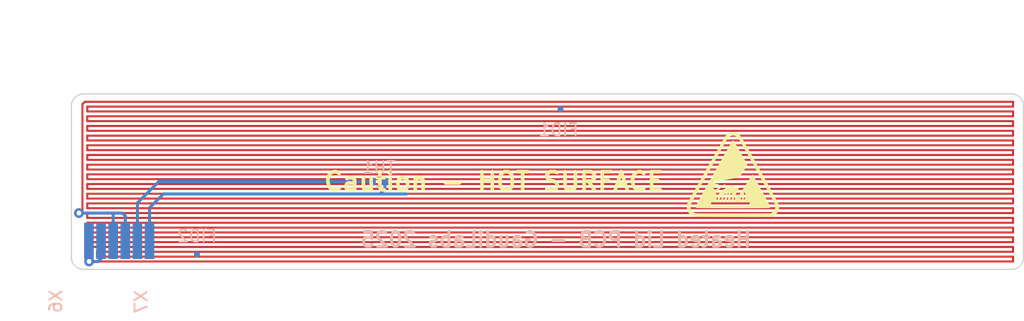
<source format=kicad_pcb>
(kicad_pcb (version 20211014) (generator pcbnew)
  (layers (0 "F.Cu" signal) (31 "B.Cu" signal) (34 "B.Paste" user) (35 "F.Paste" user) (36 "B.SilkS" user "B.Silkscreen") (37 "F.SilkS" user "F.Silkscreen") (38 "B.Mask" user) (39 "F.Mask" user) (44 "Edge.Cuts" user))
  (net 0 "")
  (net 1 "Net-(TH1-Pad1)")
  (net 2 "Net-(TH1-Pad2)")
  (net 3 "Net-(X3-Pad1)")
  (footprint "GaudiLabsLogos:HotSurfaceWarning" (layer "F.Cu") (at 106.48 99.43)
    (fp_text reference "X5" hide)
    (fp_text value "HOT SURFACE" hide)
    (fp_poly (pts (xy 0.030901 -2.813763) (xy 0.06048 -2.795802) (xy 0.084208 -2.764496) (xy 0.132546 -2.688634) (xy 0.201507 -2.575186) (xy 0.287106 -2.431125) (xy 0.385356 -2.263424) (xy 0.492271 -2.079055) (xy 0.603864 -1.88499) (xy 0.716151 -1.688202) (xy 0.825143 -1.495664) (xy 0.926856 -1.314347) (xy 1.017303 -1.151223) (xy 1.092497 -1.013267) (xy 1.148453 -0.907449) (xy 1.181184 -0.840742) (xy 1.18754 -0.824431) (xy 1.174805 -0.790871) (xy 1.134505 -0.717858) (xy 1.07254 -0.614448) (xy 0.994812 -0.489696) (xy 0.90722 -0.352657) (xy 0.815664 -0.212388) (xy 0.726046 -0.077944) (xy 0.644266 0.041619) (xy 0.576225 0.137246) (xy 0.527822 0.199881) (xy 0.506803 0.220319) (xy 0.46661 0.229468) (xy 0.37573 0.246572) (xy 0.241677 0.270332) (xy 0.071966 0.299449) (xy -0.12589 0.332623) (xy -0.344375 0.368554) (xy -0.440982 0.384236) (xy -0.668704 0.421086) (xy -0.881495 0.455575) (xy -1.071324 0.486398) (xy -1.230159 0.512248) (xy -1.349969 0.53182) (xy -1.422724 0.543807) (xy -1.436485 0.546123) (xy -1.510262 0.57369) (xy -1.535638 0.616451) (xy -1.518129 0.665802) (xy -1.463248 0.713137) (xy -1.376509 0.749852) (xy -1.296223 0.765006) (xy -1.142207 0.780858) (xy -1.396162 0.927322) (xy -1.503401 0.99113) (xy -1.588245 1.045344) (xy -1.639731 1.08274) (xy -1.650116 1.094615) (xy -1.627887 1.127976) (xy -1.575492 1.173623) (xy -1.514371 1.215376) (xy -1.465962 1.23706) (xy -1.460642 1.237587) (xy -1.42479 1.2229) (xy -1.348415 1.182397) (xy -1.241024 1.121412) (xy -1.112119 1.045281) (xy -1.036697 0.999619) (xy -0.885981 0.910177) (xy -0.764597 0.843004) (xy -0.675789 0.79888) (xy -0.622798 0.778583) (xy -0.608867 0.782895) (xy -0.637237 0.812593) (xy -0.711152 0.868457) (xy -0.832848 0.950613) (xy -0.978112 1.051769) (xy -1.090383 1.148186) (xy -1.190469 1.259176) (xy -1.253442 1.340952) (xy -1.341413 1.467937) (xy -1.388467 1.557828) (xy -1.395481 1.615079) (xy -1.363334 1.64414) (xy -1.314438 1.650116) (xy -1.2288 1.624647) (xy -1.13161 1.554522) (xy -1.034739 1.44916) (xy -0.999221 1.399975) (xy -0.94321 1.336886) (xy -0.851904 1.265204) (xy -0.718313 1.179919) (xy -0.586044 1.103949) (xy -0.454382 1.0329) (xy -0.337335 0.973902) (xy -0.246365 0.932439) (xy -0.192933 0.913997) (xy -0.188248 0.913546) (xy -0.134209 0.919022) (xy -0.042408 0.933469) (xy 0.072808 0.954066) (xy 0.197092 0.97799) (xy 0.316096 1.002418) (xy 0.415474 1.024529) (xy 0.480877 1.041499) (xy 0.498634 1.048672) (xy 0.492471 1.079597) (xy 0.463612 1.150917) (xy 0.417072 1.251013) (xy 0.374927 1.335354) (xy 0.316296 1.455454) (xy 0.269856 1.561754) (xy 0.241566 1.639961) (xy 0.235731 1.669266) (xy 0.253343 1.739652) (xy 0.296038 1.804437) (xy 0.348607 1.845673) (xy 0.388342 1.849352) (xy 0.41369 1.821379) (xy 0.466576 1.749141) (xy 0.543208 1.638289) (xy 0.639793 1.494471) (xy 0.752538 1.323338) (xy 0.877649 1.130539) (xy 1.011333 0.921723) (xy 1.014993 0.915968) (xy 1.147957 0.707314) (xy 1.271271 0.514716) (xy 1.381313 0.343761) (xy 1.474463 0.200034) (xy 1.5471 0.089123) (xy 1.595603 0.016612) (xy 1.616351 -0.011912) (xy 1.616551 -0.012058) (xy 1.634038 0.010665) (xy 1.6771 0.080227) (xy 1.74297 0.191795) (xy 1.828883 0.340537) (xy 1.932072 0.52162) (xy 2.049771 0.730213) (xy 2.179212 0.961483) (xy 2.317631 1.210598) (xy 2.349942 1.268998) (xy 2.520958 1.579098) (xy 2.664745 1.841941) (xy 2.783115 2.061553) (xy 2.877881 2.241958) (xy 2.950855 2.387179) (xy 3.00385 2.501241) (xy 3.038679 2.588168) (xy 3.057153 2.651985) (xy 3.061086 2.696714) (xy 3.052291 2.726382) (xy 3.032578 2.745011) (xy 3.017892 2.751952) (xy 2.982409 2.754459) (xy 2.892835 2.756736) (xy 2.753985 2.758787) (xy 2.570673 2.760611) (xy 2.347713 2.762209) (xy 2.089921 2.763584) (xy 1.802112 2.764737) (xy 1.489098 2.765668) (xy 1.155697 2.76638) (xy 0.806721 2.766872) (xy 0.446986 2.767148) (xy 0.081306 2.767208) (xy -0.285504 2.767052) (xy -0.64863 2.766684) (xy -1.003256 2.766103) (xy -1.344569 2.765312) (xy -1.667753 2.764311) (xy -1.967994 2.763102) (xy -2.240477 2.761686) (xy -2.480388 2.760064) (xy -2.682912 2.758238) (xy -2.843235 2.756209) (xy -2.956541 2.753978) (xy -3.018016 2.751547) (xy -3.027668 2.750322) (xy -3.058877 2.708761) (xy -3.059425 2.630712) (xy -3.030342 2.529373) (xy -3.006323 2.476653) (xy -2.968126 2.404276) (xy -2.905272 2.28828) (xy -2.894658 2.268909) (xy -1.797448 2.268909) (xy -1.797448 2.593551) (xy -0.213631 2.585929) (xy 1.370186 2.578306) (xy 1.379092 2.423608) (xy 1.387999 2.268909) (xy -1.797448 2.268909) (xy -2.894658 2.268909) (xy -2.820121 2.132876) (xy -2.805301 2.105995) (xy -1.382251 2.105995) (xy -1.373484 2.14135) (xy -1.341012 2.150848) (xy -1.329752 2.151044) (xy -1.281987 2.13643) (xy -1.267183 2.082727) (xy -1.267053 2.073489) (xy -1.261505 2.046099) (xy -1.091004 2.046099) (xy -1.081229 2.114363) (xy -1.045042 2.149312) (xy -1.031322 2.151044) (xy -0.986884 2.135787) (xy -0.973343 2.083608) (xy -0.825058 2.083608) (xy -0.808506 2.138091) (xy -0.766125 2.151044) (xy -0.719711 2.133541) (xy -0.718018 2.126064) (xy -0.52488 2.126064) (xy -0.49775 2.14854) (xy -0.471462 2.151044) (xy -0.425024 2.133514) (xy -0.421583 2.118326) (xy -0.230667 2.118326) (xy -0.224494 2.144017) (xy -0.200982 2.150791) (xy -0.183231 2.151044) (xy -0.140231 2.127959) (xy -0.128218 2.10414) (xy 0.064348 2.10414) (xy 0.071954 2.140567) (xy 0.102394 2.150758) (xy 0.115275 2.151044) (xy 0.153781 2.143006) (xy 0.161546 2.128282) (xy 0.624248 2.128282) (xy 0.646922 2.149229) (xy 0.672486 2.151044) (xy 0.713654 2.139117) (xy 0.738256 2.093787) (xy 0.750909 2.030358) (xy 0.883991 2.030358) (xy 0.888643 2.108516) (xy 0.907677 2.143575) (xy 0.943485 2.151044) (xy 0.985539 2.140221) (xy 0.98899 2.096955) (xy 0.985193 2.080178) (xy 0.990894 1.99113) (xy 1.034645 1.892484) (xy 1.075449 1.811996) (xy 1.086266 1.749255) (xy 1.071371 1.674059) (xy 1.067458 1.660754) (xy 1.02335 1.542971) (xy 0.977175 1.472037) (xy 0.932605 1.452535) (xy 0.910525 1.464974) (xy 0.892337 1.500399) (xy 0.901908 1.556055) (xy 0.928563 1.621475) (xy 0.960639 1.699521) (xy 0.966981 1.75052) (xy 0.948206 1.800139) (xy 0.933479 1.825897) (xy 0.900682 1.911916) (xy 0.884387 2.014435) (xy 0.883991 2.030358) (xy 0.750909 2.030358) (xy 0.751816 2.025812) (xy 0.762343 1.911724) (xy 0.761116 1.804765) (xy 0.749462 1.720672) (xy 0.728711 1.675178) (xy 0.721926 1.6716) (xy 0.702689 1.694273) (xy 0.683776 1.75987) (xy 0.672903 1.826914) (xy 0.657871 1.934905) (xy 0.641127 2.031346) (xy 0.632635 2.070011) (xy 0.624248 2.128282) (xy 0.161546 2.128282) (xy 0.171878 2.108693) (xy 0.176759 2.032808) (xy 0.176798 2.020184) (xy 0.171128 1.93724) (xy 0.156846 1.881966) (xy 0.149368 1.872372) (xy 0.122797 1.866886) (xy 0.102777 1.895742) (xy 0.084571 1.968643) (xy 0.074475 2.025812) (xy 0.064348 2.10414) (xy -0.128218 2.10414) (xy -0.103146 2.054434) (xy -0.0916 2.018515) (xy -0.069808 1.901437) (xy -0.069133 1.789319) (xy -0.071089 1.775417) (xy -0.085815 1.674458) (xy -0.096085 1.580719) (xy -0.096421 1.57645) (xy -0.115093 1.507825) (xy -0.147332 1.488051) (xy -0.178293 1.51374) (xy -0.197906 1.576985) (xy -0.203516 1.657055) (xy -0.192471 1.733219) (xy -0.182065 1.759367) (xy -0.171359 1.83438) (xy -0.192421 1.954322) (xy -0.193793 1.959513) (xy -0.220201 2.061048) (xy -0.230667 2.118326) (xy -0.421583 2.118326) (xy -0.412529 2.078378) (xy -0.399751 2.002013) (xy -0.368651 1.913882) (xy -0.365279 1.906626) (xy -0.33709 1.825082) (xy -0.332899 1.734239) (xy -0.343179 1.649536) (xy -0.361927 1.56338) (xy -0.38369 1.508143) (xy -0.397796 1.496553) (xy -0.415666 1.526104) (xy -0.433083 1.598194) (xy -0.445054 1.686344) (xy -0.460349 1.804444) (xy -0.481132 1.915203) (xy -0.49662 1.974051) (xy -0.524001 2.071438) (xy -0.52488 2.126064) (xy -0.718018 2.126064) (xy -0.707192 2.078274) (xy -0.692806 2.005147) (xy -0.657296 1.917528) (xy -0.64826 1.90058) (xy -0.596442 1.764537) (xy -0.599445 1.641245) (xy -0.620272 1.588421) (xy -0.656264 1.547161) (xy -0.68596 1.559556) (xy -0.704075 1.620335) (xy -0.707192 1.675091) (xy -0.721329 1.774029) (xy -0.7563 1.879771) (xy -0.766125 1.90058) (xy -0.803217 1.988464) (xy -0.823665 2.066317) (xy -0.825058 2.083608) (xy -0.973343 2.083608) (xy -0.972568 2.080624) (xy -0.97239 2.069201) (xy -0.957991 1.985208) (xy -0.932661 1.929236) (xy -0.891771 1.845073) (xy -0.872528 1.755394) (xy -0.877838 1.681688) (xy -0.895319 1.652942) (xy -0.940973 1.636123) (xy -0.967506 1.6727) (xy -0.972584 1.721326) (xy -0.98863 1.787322) (xy -1.027395 1.865047) (xy -1.031322 1.871113) (xy -1.074369 1.959891) (xy -1.091004 2.046099) (xy -1.261505 2.046099) (xy -1.251512 1.99677) (xy -1.213372 1.909636) (xy -1.206049 1.897229) (xy -1.16798 1.814531) (xy -1.168885 1.758686) (xy -1.207853 1.738515) (xy -1.249155 1.764041) (xy -1.29634 1.829113) (xy -1.339599 1.916472) (xy -1.36912 2.008859) (xy -1.372921 2.028914) (xy -1.382251 2.105995) (xy -2.805301 2.105995) (xy -2.715031 1.942272) (xy -2.592362 1.720677) (xy -2.454472 1.4723) (xy -2.30372 1.201349) (xy -2.142466 0.912034) (xy -1.973068 0.608563) (xy -1.797885 0.295145) (xy -1.619277 -0.02401) (xy -1.439602 -0.344694) (xy -1.26122 -0.662699) (xy -1.086489 -0.973815) (xy -0.917768 -1.273832) (xy -0.757417 -1.558544) (xy -0.607794 -1.82374) (xy -0.471258 -2.065211) (xy -0.350169 -2.27875) (xy -0.246885 -2.460146) (xy -0.163766 -2.605192) (xy -0.10317 -2.709677) (xy -0.067456 -2.769394) (xy -0.05896 -2.781977) (xy -0.011973 -2.819571) (xy 0.030901 -2.813763)) (layer "F.SilkS") (width 0.01) (fill solid))
    (fp_poly (pts (xy 0.152135 -3.516003) (xy 0.242683 -3.495293) (xy 0.29057 -3.481438) (xy 0.334264 -3.467395) (xy 0.375585 -3.450329) (xy 0.416349 -3.427405) (xy 0.458374 -3.395788) (xy 0.503477 -3.352642) (xy 0.553476 -3.295133) (xy 0.610189 -3.220425) (xy 0.675432 -3.125683) (xy 0.751024 -3.008072) (xy 0.838781 -2.864757) (xy 0.940522 -2.692902) (xy 1.058064 -2.489673) (xy 1.193224 -2.252235) (xy 1.347819 -1.977751) (xy 1.523669 -1.663388) (xy 1.722589 -1.306309) (xy 1.946397 -0.90368) (xy 2.196912 -0.452666) (xy 2.221079 -0.409156) (xy 2.506864 0.106171) (xy 2.764549 0.572547) (xy 2.994007 0.989735) (xy 3.19511 1.357499) (xy 3.367731 1.675601) (xy 3.511742 1.943805) (xy 3.627014 2.161873) (xy 3.713421 2.32957) (xy 3.770834 2.446657) (xy 3.799126 2.512898) (xy 3.801671 2.521652) (xy 3.816793 2.711234) (xy 3.782909 2.899873) (xy 3.706701 3.077695) (xy 3.594856 3.234822) (xy 3.454056 3.361379) (xy 3.290988 3.447489) (xy 3.1529 3.480195) (xy 3.109919 3.481623) (xy 3.011979 3.482732) (xy 2.863049 3.483523) (xy 2.667103 3.484002) (xy 2.428112 3.484173) (xy 2.150047 3.484038) (xy 1.836881 3.483601) (xy 1.492585 3.482868) (xy 1.121131 3.481841) (xy 0.72649 3.480524) (xy 0.312634 3.478921) (xy -0.116465 3.477036) (xy -0.117865 3.47703) (xy -0.625433 3.474776) (xy -1.077459 3.472855) (xy -1.477333 3.471046) (xy -1.828443 3.469127) (xy -2.134179 3.466877) (xy -2.397929 3.464074) (xy -2.623082 3.460496) (xy -2.813027 3.455921) (xy -2.971152 3.450128) (xy -3.100848 3.442895) (xy -3.205502 3.434001) (xy -3.288504 3.423223) (xy -3.353241 3.41034) (xy -3.403104 3.395129) (xy -3.441481 3.377371) (xy -3.471761 3.356842) (xy -3.497333 3.333321) (xy -3.521585 3.306587) (xy -3.547907 3.276417) (xy -3.571342 3.251094) (xy -3.687874 3.095242) (xy -3.767827 2.914479) (xy -3.807935 2.723513) (xy -3.807347 2.686986) (xy -3.501952 2.686986) (xy -3.470193 2.853031) (xy -3.388684 2.996379) (xy -3.259215 3.111328) (xy -3.138167 3.172966) (xy -3.107693 3.178891) (xy -3.046543 3.184114) (xy -2.952252 3.18866) (xy -2.822356 3.19255) (xy -2.654389 3.195809) (xy -2.445885 3.198458) (xy -2.19438 3.20052) (xy -1.897409 3.202018) (xy -1.552506 3.202976) (xy -1.157206 3.203415) (xy -0.709044 3.203359) (xy -0.205554 3.20283) (xy 0.04636 3.202433) (xy 3.142488 3.1971) (xy 3.267873 3.114118) (xy 3.389871 2.999892) (xy 3.470131 2.852731) (xy 3.504981 2.684693) (xy 3.490749 2.507833) (xy 3.472364 2.442738) (xy 3.453221 2.402468) (xy 3.40773 2.314939) (xy 3.338223 2.184377) (xy 3.247031 2.015007) (xy 3.136486 1.811053) (xy 3.00892 1.576741) (xy 2.866666 1.316295) (xy 2.712054 1.033939) (xy 2.547418 0.7339) (xy 2.375088 0.420401) (xy 2.197397 0.097668) (xy 2.016678 -0.230075) (xy 1.83526 -0.558603) (xy 1.655478 -0.88369) (xy 1.479662 -1.201113) (xy 1.310145 -1.506646) (xy 1.149258 -1.796064) (xy 0.999333 -2.065142) (xy 0.862703 -2.309657) (xy 0.741699 -2.525382) (xy 0.638653 -2.708093) (xy 0.555897 -2.853565) (xy 0.495764 -2.957573) (xy 0.460584 -3.015892) (xy 0.454487 -3.024875) (xy 0.326029 -3.151908) (xy 0.177164 -3.228493) (xy 0.017948 -3.254628) (xy -0.141562 -3.230315) (xy -0.291311 -3.155553) (xy -0.421242 -3.030342) (xy -0.425437 -3.024875) (xy -0.447583 -2.988988) (xy -0.49599 -2.905822) (xy -0.568291 -2.779609) (xy -0.662119 -2.614582) (xy -0.775106 -2.414974) (xy -0.904885 -2.185016) (xy -1.049089 -1.928942) (xy -1.20535 -1.650984) (xy -1.371301 -1.355375) (xy -1.544575 -1.046347) (xy -1.722804 -0.728133) (xy -1.903621 -0.404965) (xy -2.08466 -0.081077) (xy -2.263551 0.2393) (xy -2.437929 0.551933) (xy -2.605426 0.852589) (xy -2.763674 1.137036) (xy -2.910306 1.40104) (xy -3.042956 1.640371) (xy -3.159254 1.850794) (xy -3.256836 2.028078) (xy -3.333332 2.167989) (xy -3.386376 2.266296) (xy -3.409062 2.309621) (xy -3.482172 2.503948) (xy -3.501952 2.686986) (xy -3.807347 2.686986) (xy -3.804929 2.537053) (xy -3.763331 2.386775) (xy -3.737862 2.335943) (xy -3.686021 2.238933) (xy -3.610132 2.099859) (xy -3.51252 1.922834) (xy -3.39551 1.711971) (xy -3.261426 1.471385) (xy -3.112594 1.205187) (xy -2.951338 0.917493) (xy -2.779982 0.612415) (xy -2.600853 0.294066) (xy -2.416273 -0.033439) (xy -2.228568 -0.365987) (xy -2.040064 -0.699465) (xy -1.853083 -1.029759) (xy -1.669953 -1.352756) (xy -1.492996 -1.664343) (xy -1.324538 -1.960405) (xy -1.166904 -2.23683) (xy -1.022418 -2.489503) (xy -0.893405 -2.714312) (xy -0.78219 -2.907143) (xy -0.691097 -3.063883) (xy -0.622452 -3.180418) (xy -0.57858 -3.252634) (xy -0.56356 -3.274969) (xy -0.420914 -3.400953) (xy -0.24579 -3.485386) (xy -0.050627 -3.524869) (xy 0.152135 -3.516003)) (layer "F.SilkS") (width 0.01) (fill solid))
  )
  (footprint "GaudiLabsFootPrints:PAD_SMD_FFC" (layer "B.Cu") (at 55.5 109.5 -90)
    (fp_text reference "X7" (at 0.443 -2.141 90) (layer "B.SilkS") (effects (justify mirror)))
    (fp_text value "PAD")
    (pad "1" smd rect (at -4.59919 -0.836 270) (size 3 0.8) (layers "B.Cu" "B.Paste" "B.Mask") (net 3 "Net-(X3-Pad1)"))
  )
  (footprint "Fiducial:Fiducial_0.5mm_Mask1mm" (layer "B.Cu") (at 62.25 106 180)
    (fp_text reference "FID2" (at 0 1.5) (layer "B.SilkS") (effects (justify mirror)))
    (fp_text value "Fiducial")
    (pad "" smd circle (at 0 0 180) (size 0.5 0.5) (layers "B.Cu" "B.Mask") (clearance 0.25))
  )
  (footprint "Fiducial:Fiducial_0.5mm_Mask1mm" (layer "B.Cu") (at 92.25 94 180)
    (fp_text reference "FID1" (at 0.16 -1.72) (layer "B.SilkS") (effects (justify mirror)))
    (fp_text value "Fiducial")
    (pad "" smd circle (at 0 0 180) (size 0.5 0.5) (layers "B.Cu" "B.Mask") (clearance 0.25))
  )
  (footprint "Resistor_SMD:R_0402_1005Metric" (layer "B.Cu") (at 77.25 100 180)
    (fp_text reference "TH1" (at 0 1.17) (layer "B.SilkS") (effects (justify mirror)))
    (fp_text value "Thermistor_NTC")
    (fp_line (start -0.153641 0.38) (end 0.153641 0.38) (layer "B.SilkS") (width 0.12))
    (fp_line (start -0.153641 -0.38) (end 0.153641 -0.38) (layer "B.SilkS") (width 0.12))
    (pad "1" smd roundrect (at -0.51 0 180) (size 0.54 0.64) (layers "B.Cu" "B.Paste" "B.Mask") (net 1 "Net-(TH1-Pad1)"))
    (pad "2" smd roundrect (at 0.51 0 180) (size 0.54 0.64) (layers "B.Cu" "B.Paste" "B.Mask") (net 2 "Net-(TH1-Pad2)"))
  )
  (footprint "GaudiLabsFootPrints:PAD_SMD_FFC" (layer "B.Cu") (at 49.15 107.3 -90)
    (fp_text reference "X3" hide)
    (fp_text value "PAD")
    (pad "1" smd rect (at -2.39919 -4.186 270) (size 3 0.8) (layers "B.Cu" "B.Paste" "B.Mask") (net 3 "Net-(X3-Pad1)"))
  )
  (footprint "GaudiLabsFootPrints:PAD_SMD_FFC" (layer "B.Cu") (at 54.1 109.4 90)
    (fp_text reference "X4" hide)
    (fp_text value "PAD")
    (pad "1" smd rect (at 4.49919 1.236 90) (size 3 0.8) (layers "B.Cu" "B.Paste" "B.Mask") (net 3 "Net-(X3-Pad1)"))
  )
  (footprint "GaudiLabsFootPrints:PAD_SMD_FFC" (layer "B.Cu") (at 58.25 105 90)
    (fp_text reference "X2" hide)
    (fp_text value "PAD")
    (pad "1" smd rect (at 0.09919 -0.914 90) (size 3 0.8) (layers "B.Cu" "B.Paste" "B.Mask") (net 2 "Net-(TH1-Pad2)"))
  )
  (footprint "GaudiLabsFootPrints:PAD_SMD_FFC" (layer "B.Cu") (at 50.1 107.4 -90)
    (fp_text reference "X6" (at 2.5 -0.5 90) (layer "B.SilkS") (effects (justify mirror)))
    (fp_text value "PAD")
    (pad "1" smd rect (at -2.49919 -4.236 270) (size 3 0.8) (layers "B.Cu" "B.Paste" "B.Mask") (net 3 "Net-(X3-Pad1)"))
  )
  (footprint "GaudiLabsFootPrints:PAD_SMD_FFC" (layer "B.Cu") (at 59.5 105 90)
    (fp_text reference "X1" hide)
    (fp_text value "PAD")
    (pad "1" smd rect (at 0.09919 -1.164 90) (size 3 0.8) (layers "B.Cu" "B.Paste" "B.Mask") (net 1 "Net-(TH1-Pad1)"))
  )
  (gr_line (start 130.420736 106.593418) (end 130.420736 106.551083) (layer "Edge.Cuts") (width 0.099999))
  (gr_line (start 130.166738 106.974423) (end 130.187902 106.953251) (layer "Edge.Cuts") (width 0.099999))
  (gr_line (start 52.358068 92.898587) (end 52.358068 92.898587) (layer "Edge.Cuts") (width 0.099999))
  (gr_line (start 52.633237 107.228421) (end 52.675573 107.228421) (layer "Edge.Cuts") (width 0.099999))
  (gr_line (start 52.675573 107.228421) (end 52.717901 107.228421) (layer "Edge.Cuts") (width 0.099999))
  (gr_line (start 129.722234 107.228421) (end 129.722234 107.228421) (layer "Edge.Cuts") (width 0.099999))
  (gr_line (start 129.891576 107.164921) (end 129.891576 107.164921) (layer "Edge.Cuts") (width 0.099999))
  (gr_line (start 130.357244 93.300755) (end 130.336065 93.258419) (layer "Edge.Cuts") (width 0.099999))
  (gr_line (start 130.293737 106.805088) (end 130.314901 106.783917) (layer "Edge.Cuts") (width 0.099999))
  (gr_line (start 130.272573 93.152584) (end 130.272573 93.152584) (layer "Edge.Cuts") (width 0.099999))
  (gr_line (start 130.12441 106.995587) (end 130.166738 106.974423) (layer "Edge.Cuts") (width 0.099999))
  (gr_line (start 51.977071 93.343083) (end 51.977071 93.343083) (layer "Edge.Cuts") (width 0.099999))
  (gr_line (start 51.934736 106.593418) (end 51.955899 106.61459) (layer "Edge.Cuts") (width 0.099999))
  (gr_line (start 51.8924 93.660588) (end 51.8924 93.702915) (layer "Edge.Cuts") (width 0.099999))
  (gr_line (start 130.420736 106.551083) (end 130.4419 106.508755) (layer "Edge.Cuts") (width 0.099999))
  (gr_line (start 129.595235 107.249584) (end 129.637578 107.228421) (layer "Edge.Cuts") (width 0.099999))
  (gr_line (start 130.463079 106.339421) (end 130.463079 106.297085) (layer "Edge.Cuts") (width 0.099999))
  (gr_line (start 52.760236 107.249584) (end 52.802572 107.249584) (layer "Edge.Cuts") (width 0.099999))
  (gr_line (start 52.442739 92.856251) (end 52.400403 92.877415) (layer "Edge.Cuts") (width 0.099999))
  (gr_line (start 52.802572 92.750416) (end 52.802572 92.750416) (layer "Edge.Cuts") (width 0.099999))
  (gr_line (start 52.675573 92.771588) (end 52.675573 92.771588) (layer "Edge.Cuts") (width 0.099999))
  (gr_line (start 52.082906 106.847416) (end 52.082906 106.847416) (layer "Edge.Cuts") (width 0.099999))
  (gr_line (start 130.230245 106.910923) (end 130.230245 106.910923) (layer "Edge.Cuts") (width 0.099999))
  (gr_line (start 129.891576 92.835087) (end 129.891576 92.835087) (layer "Edge.Cuts") (width 0.099999))
  (gr_line (start 52.019407 93.258419) (end 52.019407 93.258419) (layer "Edge.Cuts") (width 0.099999))
  (gr_line (start 52.167569 106.932087) (end 52.167569 106.932087) (layer "Edge.Cuts") (width 0.099999))
  (gr_line (start 130.166738 93.025585) (end 130.166738 93.025585) (layer "Edge.Cuts") (width 0.099999))
  (gr_line (start 52.294568 107.059086) (end 52.31574 107.08025) (layer "Edge.Cuts") (width 0.099999))
  (gr_line (start 130.399572 93.385418) (end 130.378408 93.343083) (layer "Edge.Cuts") (width 0.099999))
  (gr_line (start 52.442739 92.856251) (end 52.442739 92.856251) (layer "Edge.Cuts") (width 0.099999))
  (gr_line (start 130.336065 93.258419) (end 130.336065 93.258419) (layer "Edge.Cuts") (width 0.099999))
  (gr_line (start 130.060903 107.059086) (end 130.060903 107.059086) (layer "Edge.Cuts") (width 0.099999))
  (gr_line (start 52.844907 92.750416) (end 52.802572 92.750416) (layer "Edge.Cuts") (width 0.099999))
  (gr_line (start 52.04057 93.237255) (end 52.019407 93.258419) (layer "Edge.Cuts") (width 0.099999))
  (gr_line (start 130.420736 93.427754) (end 130.399572 93.385418) (layer "Edge.Cuts") (width 0.099999))
  (gr_line (start 129.806905 92.813916) (end 129.806905 92.813916) (layer "Edge.Cuts") (width 0.099999))
  (gr_line (start 52.336904 92.919751) (end 52.294568 92.940922) (layer "Edge.Cuts") (width 0.099999))
  (gr_line (start 51.8924 93.745251) (end 51.8924 106.25475) (layer "Edge.Cuts") (width 0.099999))
  (gr_line (start 52.125234 106.910923) (end 52.125234 106.910923) (layer "Edge.Cuts") (width 0.099999))
  (gr_line (start 52.633237 92.792752) (end 52.633237 92.792752) (layer "Edge.Cuts") (width 0.099999))
  (gr_line (start 129.510564 107.249584) (end 129.552907 107.249584) (layer "Edge.Cuts") (width 0.099999))
  (gr_line (start 129.806905 107.186085) (end 129.806905 107.186085) (layer "Edge.Cuts") (width 0.099999))
  (gr_line (start 129.891576 92.835087) (end 129.849233 92.835087) (layer "Edge.Cuts") (width 0.099999))
  (gr_line (start 130.060903 92.940922) (end 130.039739 92.919751) (layer "Edge.Cuts") (width 0.099999))
  (gr_line (start 51.955899 93.385418) (end 51.955899 93.385418) (layer "Edge.Cuts") (width 0.099999))
  (gr_line (start 52.188733 106.974423) (end 52.188733 106.974423) (layer "Edge.Cuts") (width 0.099999))
  (gr_line (start 129.468236 107.249584) (end 129.510564 107.249584) (layer "Edge.Cuts") (width 0.099999))
  (gr_line (start 129.997411 107.101422) (end 130.039739 107.08025) (layer "Edge.Cuts") (width 0.099999))
  (gr_line (start 129.764577 107.207257) (end 129.764577 107.207257) (layer "Edge.Cuts") (width 0.099999))
  (gr_line (start 130.399572 93.385418) (end 130.399572 93.385418) (layer "Edge.Cuts") (width 0.099999))
  (gr_line (start 51.913572 106.508755) (end 51.934736 106.551083) (layer "Edge.Cuts") (width 0.099999))
  (gr_line (start 51.8924 93.618252) (end 51.8924 93.618252) (layer "Edge.Cuts") (width 0.099999))
  (gr_line (start 51.913572 106.46642) (end 51.913572 106.46642) (layer "Edge.Cuts") (width 0.099999))
  (gr_line (start 130.314901 106.783917) (end 130.336065 106.741589) (layer "Edge.Cuts") (width 0.099999))
  (gr_line (start 52.548574 107.186085) (end 52.548574 107.186085) (layer "Edge.Cuts") (width 0.099999))
  (gr_line (start 52.400403 92.877415) (end 52.400403 92.877415) (layer "Edge.Cuts") (width 0.099999))
  (gr_line (start 52.04057 106.783917) (end 52.04057 106.783917) (layer "Edge.Cuts") (width 0.099999))
  (gr_line (start 52.04057 93.237255) (end 52.04057 93.237255) (layer "Edge.Cuts") (width 0.099999))
  (gr_line (start 130.399572 106.635754) (end 130.399572 106.635754) (layer "Edge.Cuts") (width 0.099999))
  (gr_line (start 52.188733 93.025585) (end 52.167569 93.067921) (layer "Edge.Cuts") (width 0.099999))
  (gr_line (start 130.4419 106.508755) (end 130.4419 106.508755) (layer "Edge.Cuts") (width 0.099999))
  (gr_line (start 129.849233 107.186085) (end 129.849233 107.186085) (layer "Edge.Cuts") (width 0.099999))
  (gr_line (start 130.039739 92.919751) (end 129.997411 92.898587) (layer "Edge.Cuts") (width 0.099999))
  (gr_line (start 130.103231 107.037922) (end 130.103231 107.037922) (layer "Edge.Cuts") (width 0.099999))
  (gr_line (start 130.378408 106.656918) (end 130.378408 106.656918) (layer "Edge.Cuts") (width 0.099999))
  (gr_line (start 51.913572 93.533589) (end 51.913572 93.533589) (layer "Edge.Cuts") (width 0.099999))
  (gr_line (start 51.8924 93.618252) (end 51.8924 93.660588) (layer "Edge.Cuts") (width 0.099999))
  (gr_line (start 51.934736 93.427754) (end 51.934736 93.448918) (layer "Edge.Cuts") (width 0.099999))
  (gr_line (start 51.8924 106.297085) (end 51.8924 106.339421) (layer "Edge.Cuts") (width 0.099999))
  (gr_line (start 52.760236 92.771588) (end 52.760236 92.771588) (layer "Edge.Cuts") (width 0.099999))
  (gr_line (start 129.468236 92.750416) (end 52.887235 92.750416) (layer "Edge.Cuts") (width 0.099999))
  (gr_line (start 130.187902 93.067921) (end 130.187902 93.067921) (layer "Edge.Cuts") (width 0.099999))
  (gr_line (start 51.8924 93.575917) (end 51.8924 93.575917) (layer "Edge.Cuts") (width 0.099999))
  (gr_line (start 52.717901 92.771588) (end 52.675573 92.771588) (layer "Edge.Cuts") (width 0.099999))
  (gr_line (start 129.764577 107.207257) (end 129.806905 107.186085) (layer "Edge.Cuts") (width 0.099999))
  (gr_line (start 129.764577 92.792752) (end 129.722234 92.792752) (layer "Edge.Cuts") (width 0.099999))
  (gr_line (start 130.12441 93.004422) (end 130.12441 93.004422) (layer "Edge.Cuts") (width 0.099999))
  (gr_line (start 130.251409 93.13142) (end 130.230245 93.089085) (layer "Edge.Cuts") (width 0.099999))
  (gr_line (start 130.378408 106.656918) (end 130.399572 106.635754) (layer "Edge.Cuts") (width 0.099999))
  (gr_line (start 130.272573 106.847416) (end 130.272573 106.847416) (layer "Edge.Cuts") (width 0.099999))
  (gr_line (start 130.272573 93.152584) (end 130.251409 93.13142) (layer "Edge.Cuts") (width 0.099999))
  (gr_line (start 129.933904 92.856251) (end 129.933904 92.856251) (layer "Edge.Cuts") (width 0.099999))
  (gr_line (start 130.166738 93.025585) (end 130.12441 93.004422) (layer "Edge.Cuts") (width 0.099999))
  (gr_line (start 130.463079 106.297085) (end 130.463079 106.297085) (layer "Edge.Cuts") (width 0.099999))
  (gr_line (start 130.357244 93.300755) (end 130.357244 93.300755) (layer "Edge.Cuts") (width 0.099999))
  (gr_line (start 130.187902 106.953251) (end 130.230245 106.910923) (layer "Edge.Cuts") (width 0.099999))
  (gr_line (start 52.082906 93.152584) (end 52.082906 93.152584) (layer "Edge.Cuts") (width 0.099999))
  (gr_line (start 51.8924 106.25475) (end 51.8924 106.297085) (layer "Edge.Cuts") (width 0.099999))
  (gr_line (start 129.849233 92.835087) (end 129.806905 92.813916) (layer "Edge.Cuts") (width 0.099999))
  (gr_line (start 130.4419 106.508755) (end 130.4419 106.46642) (layer "Edge.Cuts") (width 0.099999))
  (gr_line (start 130.463079 93.618252) (end 130.463079 93.618252) (layer "Edge.Cuts") (width 0.099999))
  (gr_line (start 129.552907 92.750416) (end 129.510564 92.750416) (layer "Edge.Cuts") (width 0.099999))
  (gr_line (start 129.679906 107.228421) (end 129.722234 107.228421) (layer "Edge.Cuts") (width 0.099999))
  (gr_line (start 51.8924 93.660588) (end 51.8924 93.660588) (layer "Edge.Cuts") (width 0.099999))
  (gr_line (start 52.463903 107.164921) (end 52.463903 107.164921) (layer "Edge.Cuts") (width 0.099999))
  (gr_line (start 130.060903 92.940922) (end 130.060903 92.940922) (layer "Edge.Cuts") (width 0.099999))
  (gr_line (start 51.8924 93.575917) (end 51.8924 93.618252) (layer "Edge.Cuts") (width 0.099999))
  (gr_line (start 129.849233 107.186085) (end 129.891576 107.164921) (layer "Edge.Cuts") (width 0.099999))
  (gr_line (start 52.506238 92.835087) (end 52.463903 92.835087) (layer "Edge.Cuts") (width 0.099999))
  (gr_line (start 52.463903 107.164921) (end 52.506238 107.186085) (layer "Edge.Cuts") (width 0.099999))
  (gr_line (start 130.463079 93.660588) (end 130.463079 93.660588) (layer "Edge.Cuts") (width 0.099999))
  (gr_line (start 130.230245 106.910923) (end 130.251409 106.889752) (layer "Edge.Cuts") (width 0.099999))
  (gr_line (start 52.10407 106.868588) (end 52.10407 106.868588) (layer "Edge.Cuts") (width 0.099999))
  (gr_line (start 129.806905 107.186085) (end 129.849233 107.186085) (layer "Edge.Cuts") (width 0.099999))
  (gr_line (start 130.103231 92.98325) (end 130.103231 92.98325) (layer "Edge.Cuts") (width 0.099999))
  (gr_line (start 130.463079 106.424084) (end 130.463079 106.424084) (layer "Edge.Cuts") (width 0.099999))
  (gr_line (start 52.400403 92.877415) (end 52.358068 92.898587) (layer "Edge.Cuts") (width 0.099999))
  (gr_line (start 52.019407 106.741589) (end 52.019407 106.741589) (layer "Edge.Cuts") (width 0.099999))
  (gr_line (start 52.717901 107.228421) (end 52.717901 107.228421) (layer "Edge.Cuts") (width 0.099999))
  (gr_line (start 52.717901 92.771588) (end 52.717901 92.771588) (layer "Edge.Cuts") (width 0.099999))
  (gr_line (start 51.8924 93.702915) (end 51.8924 93.745251) (layer "Edge.Cuts") (width 0.099999))
  (gr_line (start 130.4419 106.46642) (end 130.4419 106.46642) (layer "Edge.Cuts") (width 0.099999))
  (gr_line (start 130.314901 106.783917) (end 130.314901 106.783917) (layer "Edge.Cuts") (width 0.099999))
  (gr_line (start 130.293737 93.19492) (end 130.272573 93.152584) (layer "Edge.Cuts") (width 0.099999))
  (gr_line (start 130.103231 107.037922) (end 130.12441 106.995587) (layer "Edge.Cuts") (width 0.099999))
  (gr_line (start 52.400403 107.122586) (end 52.442739 107.14375) (layer "Edge.Cuts") (width 0.099999))
  (gr_line (start 51.977071 106.656918) (end 51.977071 106.656918) (layer "Edge.Cuts") (width 0.099999))
  (gr_line (start 52.231069 93.004422) (end 52.231069 93.004422) (layer "Edge.Cuts") (width 0.099999))
  (gr_line (start 129.637578 107.228421) (end 129.637578 107.228421) (layer "Edge.Cuts") (width 0.099999))
  (gr_line (start 130.12441 93.004422) (end 130.103231 92.98325) (layer "Edge.Cuts") (width 0.099999))
  (gr_line (start 52.146405 93.089085) (end 52.146405 93.089085) (layer "Edge.Cuts") (width 0.099999))
  (gr_line (start 51.998235 93.300755) (end 51.977071 93.343083) (layer "Edge.Cuts") (width 0.099999))
  (gr_line (start 51.977071 106.656918) (end 51.998235 106.699253) (layer "Edge.Cuts") (width 0.099999))
  (gr_line (start 51.955899 106.61459) (end 51.977071 106.656918) (layer "Edge.Cuts") (width 0.099999))
  (gr_line (start 130.420736 106.593418) (end 130.420736 106.593418) (layer "Edge.Cuts") (width 0.099999))
  (gr_line (start 52.358068 107.101422) (end 52.358068 107.101422) (layer "Edge.Cuts") (width 0.099999))
  (gr_line (start 129.552907 92.750416) (end 129.552907 92.750416) (layer "Edge.Cuts") (width 0.099999))
  (gr_line (start 52.463903 92.835087) (end 52.442739 92.856251) (layer "Edge.Cuts") (width 0.099999))
  (gr_line (start 130.463079 106.339421) (end 130.463079 106.339421) (layer "Edge.Cuts") (width 0.099999))
  (gr_line (start 52.019407 93.258419) (end 51.998235 93.300755) (layer "Edge.Cuts") (width 0.099999))
  (gr_line (start 130.4419 93.533589) (end 130.4419 93.533589) (layer "Edge.Cuts") (width 0.099999))
  (gr_line (start 51.913572 93.491253) (end 51.913572 93.533589) (layer "Edge.Cuts") (width 0.099999))
  (gr_line (start 130.420736 106.551083) (end 130.420736 106.551083) (layer "Edge.Cuts") (width 0.099999))
  (gr_line (start 52.10407 106.868588) (end 52.125234 106.910923) (layer "Edge.Cuts") (width 0.099999))
  (gr_line (start 52.252233 107.037922) (end 52.294568 107.059086) (layer "Edge.Cuts") (width 0.099999))
  (gr_line (start 52.400403 107.122586) (end 52.400403 107.122586) (layer "Edge.Cuts") (width 0.099999))
  (gr_line (start 130.12441 106.995587) (end 130.12441 106.995587) (layer "Edge.Cuts") (width 0.099999))
  (gr_line (start 51.934736 93.448918) (end 51.913572 93.491253) (layer "Edge.Cuts") (width 0.099999))
  (gr_line (start 52.231069 106.995587) (end 52.231069 106.995587) (layer "Edge.Cuts") (width 0.099999))
  (gr_line (start 130.463079 93.745251) (end 130.463079 93.702915) (layer "Edge.Cuts") (width 0.099999))
  (gr_line (start 52.04057 106.783917) (end 52.061734 106.805088) (layer "Edge.Cuts") (width 0.099999))
  (gr_line (start 52.252233 107.037922) (end 52.252233 107.037922) (layer "Edge.Cuts") (width 0.099999))
  (gr_line (start 52.887235 92.750416) (end 52.844907 92.750416) (layer "Edge.Cuts") (width 0.099999))
  (gr_line (start 51.8924 106.339421) (end 51.8924 106.339421) (layer "Edge.Cuts") (width 0.099999))
  (gr_line (start 130.463079 93.575917) (end 130.463079 93.575917) (layer "Edge.Cuts") (width 0.099999))
  (gr_line (start 52.548574 92.813916) (end 52.548574 92.813916) (layer "Edge.Cuts") (width 0.099999))
  (gr_line (start 130.463079 93.702915) (end 130.463079 93.660588) (layer "Edge.Cuts") (width 0.099999))
  (gr_line (start 51.8924 93.702915) (end 51.8924 93.702915) (layer "Edge.Cuts") (width 0.099999))
  (gr_line (start 130.187902 93.067921) (end 130.166738 93.025585) (layer "Edge.Cuts") (width 0.099999))
  (gr_line (start 52.019407 106.741589) (end 52.04057 106.783917) (layer "Edge.Cuts") (width 0.099999))
  (gr_line (start 52.125234 106.910923) (end 52.167569 106.932087) (layer "Edge.Cuts") (width 0.099999))
  (gr_line (start 129.637578 107.228421) (end 129.679906 107.228421) (layer "Edge.Cuts") (width 0.099999))
  (gr_line (start 51.955899 93.385418) (end 51.934736 93.427754) (layer "Edge.Cuts") (width 0.099999))
  (gr_line (start 51.934736 93.427754) (end 51.934736 93.427754) (layer "Edge.Cuts") (width 0.099999))
  (gr_line (start 52.760236 107.249584) (end 52.760236 107.249584) (layer "Edge.Cuts") (width 0.099999))
  (gr_line (start 130.039739 107.08025) (end 130.039739 107.08025) (layer "Edge.Cuts") (width 0.099999))
  (gr_line (start 129.849233 92.835087) (end 129.849233 92.835087) (layer "Edge.Cuts") (width 0.099999))
  (gr_line (start 52.675573 92.771588) (end 52.633237 92.792752) (layer "Edge.Cuts") (width 0.099999))
  (gr_line (start 130.314901 93.237255) (end 130.293737 93.19492) (layer "Edge.Cuts") (width 0.099999))
  (gr_line (start 130.187902 106.953251) (end 130.187902 106.953251) (layer "Edge.Cuts") (width 0.099999))
  (gr_line (start 129.933904 92.856251) (end 129.891576 92.835087) (layer "Edge.Cuts") (width 0.099999))
  (gr_line (start 130.251409 106.889752) (end 130.251409 106.889752) (layer "Edge.Cuts") (width 0.099999))
  (gr_line (start 129.764577 92.792752) (end 129.764577 92.792752) (layer "Edge.Cuts") (width 0.099999))
  (gr_line (start 52.31574 107.08025) (end 52.358068 107.101422) (layer "Edge.Cuts") (width 0.099999))
  (gr_line (start 51.913572 106.46642) (end 51.913572 106.508755) (layer "Edge.Cuts") (width 0.099999))
  (gr_line (start 52.061734 106.805088) (end 52.061734 106.805088) (layer "Edge.Cuts") (width 0.099999))
  (gr_line (start 52.802572 92.750416) (end 52.760236 92.771588) (layer "Edge.Cuts") (width 0.099999))
  (gr_line (start 130.4419 93.533589) (end 130.4419 93.512417) (layer "Edge.Cuts") (width 0.099999))
  (gr_line (start 51.934736 93.448918) (end 51.934736 93.448918) (layer "Edge.Cuts") (width 0.099999))
  (gr_line (start 51.998235 106.699253) (end 51.998235 106.699253) (layer "Edge.Cuts") (width 0.099999))
  (gr_line (start 129.955068 92.877415) (end 129.933904 92.856251) (layer "Edge.Cuts") (width 0.099999))
  (gr_line (start 52.336904 92.919751) (end 52.336904 92.919751) (layer "Edge.Cuts") (width 0.099999))
  (gr_line (start 52.061734 106.805088) (end 52.082906 106.847416) (layer "Edge.Cuts") (width 0.099999))
  (gr_line (start 52.294568 92.940922) (end 52.294568 92.940922) (layer "Edge.Cuts") (width 0.099999))
  (gr_line (start 129.722234 92.792752) (end 129.679906 92.771588) (layer "Edge.Cuts") (width 0.099999))
  (gr_line (start 129.806905 92.813916) (end 129.764577 92.792752) (layer "Edge.Cuts") (width 0.099999))
  (gr_line (start 52.167569 106.932087) (end 52.188733 106.974423) (layer "Edge.Cuts") (width 0.099999))
  (gr_line (start 52.887235 107.249584) (end 129.468236 107.249584) (layer "Edge.Cuts") (width 0.099999))
  (gr_line (start 52.590902 92.792752) (end 52.548574 92.813916) (layer "Edge.Cuts") (width 0.099999))
  (gr_line (start 130.039739 107.08025) (end 130.060903 107.059086) (layer "Edge.Cuts") (width 0.099999))
  (gr_line (start 52.633237 107.228421) (end 52.633237 107.228421) (layer "Edge.Cuts") (width 0.099999))
  (gr_line (start 51.934736 106.593418) (end 51.934736 106.593418) (layer "Edge.Cuts") (width 0.099999))
  (gr_line (start 129.891576 107.164921) (end 129.91274 107.14375) (layer "Edge.Cuts") (width 0.099999))
  (gr_line (start 130.463079 93.618252) (end 130.463079 93.575917) (layer "Edge.Cuts") (width 0.099999))
  (gr_line (start 51.934736 106.551083) (end 51.934736 106.593418) (layer "Edge.Cuts") (width 0.099999))
  (gr_line (start 52.082906 93.152584) (end 52.061734 93.19492) (layer "Edge.Cuts") (width 0.099999))
  (gr_line (start 129.679906 107.228421) (end 129.679906 107.228421) (layer "Edge.Cuts") (width 0.099999))
  (gr_line (start 130.293737 106.805088) (end 130.293737 106.805088) (layer "Edge.Cuts") (width 0.099999))
  (gr_line (start 52.506238 107.186085) (end 52.506238 107.186085) (layer "Edge.Cuts") (width 0.099999))
  (gr_line (start 52.358068 107.101422) (end 52.400403 107.122586) (layer "Edge.Cuts") (width 0.099999))
  (gr_line (start 52.061734 93.19492) (end 52.04057 93.237255) (layer "Edge.Cuts") (width 0.099999))
  (gr_line (start 52.231069 106.995587) (end 52.252233 107.037922) (layer "Edge.Cuts") (width 0.099999))
  (gr_line (start 130.420736 93.427754) (end 130.420736 93.427754) (layer "Edge.Cuts") (width 0.099999))
  (gr_line (start 129.679906 92.771588) (end 129.637578 92.771588) (layer "Edge.Cuts") (width 0.099999))
  (gr_line (start 129.955068 92.877415) (end 129.955068 92.877415) (layer "Edge.Cuts") (width 0.099999))
  (gr_line (start 52.082906 106.847416) (end 52.10407 106.868588) (layer "Edge.Cuts") (width 0.099999))
  (gr_line (start 52.252233 92.98325) (end 52.252233 92.98325) (layer "Edge.Cuts") (width 0.099999))
  (gr_line (start 130.463079 106.381756) (end 130.463079 106.339421) (layer "Edge.Cuts") (width 0.099999))
  (gr_line (start 130.463079 106.381756) (end 130.463079 106.381756) (layer "Edge.Cuts") (width 0.099999))
  (gr_line (start 52.506238 92.835087) (end 52.506238 92.835087) (layer "Edge.Cuts") (width 0.099999))
  (gr_line (start 130.060903 107.059086) (end 130.103231 107.037922) (layer "Edge.Cuts") (width 0.099999))
  (gr_line (start 52.146405 93.089085) (end 52.10407 93.13142) (layer "Edge.Cuts") (width 0.099999))
  (gr_line (start 51.8924 106.339421) (end 51.8924 106.381756) (layer "Edge.Cuts") (width 0.099999))
  (gr_line (start 129.595235 92.771588) (end 129.552907 92.750416) (layer "Edge.Cuts") (width 0.099999))
  (gr_line (start 130.293737 93.19492) (end 130.293737 93.19492) (layer "Edge.Cuts") (width 0.099999))
  (gr_line (start 130.463079 106.25475) (end 130.463079 93.745251) (layer "Edge.Cuts") (width 0.099999))
  (gr_line (start 51.998235 93.300755) (end 51.998235 93.300755) (layer "Edge.Cuts") (width 0.099999))
  (gr_line (start 130.251409 93.13142) (end 130.251409 93.13142) (layer "Edge.Cuts") (width 0.099999))
  (gr_line (start 52.188733 93.025585) (end 52.188733 93.025585) (layer "Edge.Cuts") (width 0.099999))
  (gr_line (start 129.722234 107.228421) (end 129.764577 107.207257) (layer "Edge.Cuts") (width 0.099999))
  (gr_line (start 51.8924 106.297085) (end 51.8924 106.297085) (layer "Edge.Cuts") (width 0.099999))
  (gr_line (start 130.166738 106.974423) (end 130.166738 106.974423) (layer "Edge.Cuts") (width 0.099999))
  (gr_line (start 52.358068 92.898587) (end 52.336904 92.919751) (layer "Edge.Cuts") (width 0.099999))
  (gr_line (start 130.336065 93.258419) (end 130.314901 93.237255) (layer "Edge.Cuts") (width 0.099999))
  (gr_line (start 52.844907 107.249584) (end 52.887235 107.249584) (layer "Edge.Cuts") (width 0.099999))
  (gr_line (start 129.722234 92.792752) (end 129.722234 92.792752) (layer "Edge.Cuts") (width 0.099999))
  (gr_line (start 52.10407 93.13142) (end 52.082906 93.152584) (layer "Edge.Cuts") (width 0.099999))
  (gr_line (start 130.420736 93.470082) (end 130.420736 93.470082) (layer "Edge.Cuts") (width 0.099999))
  (gr_line (start 130.420736 93.470082) (end 130.420736 93.427754) (layer "Edge.Cuts") (width 0.099999))
  (gr_line (start 130.039739 92.919751) (end 130.039739 92.919751) (layer "Edge.Cuts") (width 0.099999))
  (gr_line (start 52.802572 107.249584) (end 52.802572 107.249584) (layer "Edge.Cuts") (width 0.099999))
  (gr_line (start 52.717901 107.228421) (end 52.760236 107.249584) (layer "Edge.Cuts") (width 0.099999))
  (gr_line (start 51.955899 106.61459) (end 51.955899 106.61459) (layer "Edge.Cuts") (width 0.099999))
  (gr_line (start 129.679906 92.771588) (end 129.679906 92.771588) (layer "Edge.Cuts") (width 0.099999))
  (gr_line (start 52.252233 92.98325) (end 52.231069 93.004422) (layer "Edge.Cuts") (width 0.099999))
  (gr_line (start 51.8924 106.381756) (end 51.8924 106.424084) (layer "Edge.Cuts") (width 0.099999))
  (gr_line (start 51.913572 93.533589) (end 51.8924 93.575917) (layer "Edge.Cuts") (width 0.099999))
  (gr_line (start 52.548574 107.186085) (end 52.590902 107.207257) (layer "Edge.Cuts") (width 0.099999))
  (gr_line (start 129.552907 107.249584) (end 129.552907 107.249584) (layer "Edge.Cuts") (width 0.099999))
  (gr_line (start 130.336065 106.741589) (end 130.357244 106.699253) (layer "Edge.Cuts") (width 0.099999))
  (gr_line (start 130.314901 93.237255) (end 130.314901 93.237255) (layer "Edge.Cuts") (width 0.099999))
  (gr_line (start 130.4419 93.512417) (end 130.4419 93.512417) (layer "Edge.Cuts") (width 0.099999))
  (gr_line (start 52.590902 107.207257) (end 52.590902 107.207257) (layer "Edge.Cuts") (width 0.099999))
  (gr_line (start 52.844907 107.249584) (end 52.844907 107.249584) (layer "Edge.Cuts") (width 0.099999))
  (gr_line (start 129.510564 92.750416) (end 129.468236 92.750416) (layer "Edge.Cuts") (width 0.099999))
  (gr_line (start 130.251409 106.889752) (end 130.272573 106.847416) (layer "Edge.Cuts") (width 0.099999))
  (gr_line (start 52.31574 107.08025) (end 52.31574 107.08025) (layer "Edge.Cuts") (width 0.099999))
  (gr_line (start 52.188733 106.974423) (end 52.231069 106.995587) (layer "Edge.Cuts") (width 0.099999))
  (gr_line (start 130.103231 92.98325) (end 130.060903 92.940922) (layer "Edge.Cuts") (width 0.099999))
  (gr_line (start 129.595235 92.771588) (end 129.595235 92.771588) (layer "Edge.Cuts") (width 0.099999))
  (gr_line (start 129.552907 107.249584) (end 129.595235 107.249584) (layer "Edge.Cuts") (width 0.099999))
  (gr_line (start 129.955068 107.122586) (end 129.997411 107.101422) (layer "Edge.Cuts") (width 0.099999))
  (gr_line (start 52.675573 107.228421) (end 52.675573 107.228421) (layer "Edge.Cuts") (width 0.099999))
  (gr_line (start 130.336065 106.741589) (end 130.336065 106.741589) (layer "Edge.Cuts") (width 0.099999))
  (gr_line (start 52.590902 92.792752) (end 52.590902 92.792752) (layer "Edge.Cuts") (width 0.099999))
  (gr_line (start 130.230245 93.089085) (end 130.230245 93.089085) (layer "Edge.Cuts") (width 0.099999))
  (gr_line (start 51.913572 93.491253) (end 51.913572 93.491253) (layer "Edge.Cuts") (width 0.099999))
  (gr_line (start 52.802572 107.249584) (end 52.844907 107.249584) (layer "Edge.Cuts") (width 0.099999))
  (gr_line (start 52.10407 93.13142) (end 52.10407 93.13142) (layer "Edge.Cuts") (width 0.099999))
  (gr_line (start 130.357244 106.699253) (end 130.378408 106.656918) (layer "Edge.Cuts") (width 0.099999))
  (gr_line (start 52.590902 107.207257) (end 52.633237 107.228421) (layer "Edge.Cuts") (width 0.099999))
  (gr_line (start 130.463079 106.424084) (end 130.463079 106.381756) (layer "Edge.Cuts") (width 0.099999))
  (gr_line (start 129.595235 107.249584) (end 129.595235 107.249584) (layer "Edge.Cuts") (width 0.099999))
  (gr_line (start 130.463079 106.297085) (end 130.463079 106.25475) (layer "Edge.Cuts") (width 0.099999))
  (gr_line (start 52.294568 107.059086) (end 52.294568 107.059086) (layer "Edge.Cuts") (width 0.099999))
  (gr_line (start 51.913572 106.508755) (end 51.913572 106.508755) (layer "Edge.Cuts") (width 0.099999))
  (gr_line (start 52.760236 92.771588) (end 52.717901 92.771588) (layer "Edge.Cuts") (width 0.099999))
  (gr_line (start 129.637578 92.771588) (end 129.637578 92.771588) (layer "Edge.Cuts") (width 0.099999))
  (gr_line (start 52.294568 92.940922) (end 52.252233 92.98325) (layer "Edge.Cuts") (width 0.099999))
  (gr_line (start 130.4419 106.46642) (end 130.463079 106.424084) (layer "Edge.Cuts") (width 0.099999))
  (gr_line (start 129.997411 92.898587) (end 129.997411 92.898587) (layer "Edge.Cuts") (width 0.099999))
  (gr_line (start 51.998235 106.699253) (end 52.019407 106.741589) (layer "Edge.Cuts") (width 0.099999))
  (gr_line (start 51.934736 106.551083) (end 51.934736 106.551083) (layer "Edge.Cuts") (width 0.099999))
  (gr_line (start 130.463079 93.575917) (end 130.4419 93.533589) (layer "Edge.Cuts") (width 0.099999))
  (gr_line (start 52.231069 93.004422) (end 52.188733 93.025585) (layer "Edge.Cuts") (width 0.099999))
  (gr_line (start 129.997411 107.101422) (end 129.997411 107.101422) (layer "Edge.Cuts") (width 0.099999))
  (gr_line (start 51.8924 106.424084) (end 51.8924 106.424084) (layer "Edge.Cuts") (width 0.099999))
  (gr_line (start 130.378408 93.343083) (end 130.378408 93.343083) (layer "Edge.Cuts") (width 0.099999))
  (gr_line (start 52.844907 92.750416) (end 52.844907 92.750416) (layer "Edge.Cuts") (width 0.099999))
  (gr_line (start 52.548574 92.813916) (end 52.506238 92.835087) (layer "Edge.Cuts") (width 0.099999))
  (gr_line (start 130.378408 93.343083) (end 130.357244 93.300755) (layer "Edge.Cuts") (width 0.099999))
  (gr_line (start 52.442739 107.14375) (end 52.442739 107.14375) (layer "Edge.Cuts") (width 0.099999))
  (gr_line (start 52.506238 107.186085) (end 52.548574 107.186085) (layer "Edge.Cuts") (width 0.099999))
  (gr_line (start 130.272573 106.847416) (end 130.293737 106.805088) (layer "Edge.Cuts") (width 0.099999))
  (gr_line (start 130.357244 106.699253) (end 130.357244 106.699253) (layer "Edge.Cuts") (width 0.099999))
  (gr_line (start 51.8924 106.381756) (end 51.8924 106.381756) (layer "Edge.Cuts") (width 0.099999))
  (gr_line (start 129.91274 107.14375) (end 129.91274 107.14375) (layer "Edge.Cuts") (width 0.099999))
  (gr_line (start 130.463079 93.702915) (end 130.463079 93.702915) (layer "Edge.Cuts") (width 0.099999))
  (gr_line (start 52.463903 92.835087) (end 52.463903 92.835087) (layer "Edge.Cuts") (width 0.099999))
  (gr_line (start 129.955068 107.122586) (end 129.955068 107.122586) (layer "Edge.Cuts") (width 0.099999))
  (gr_line (start 129.91274 107.14375) (end 129.955068 107.122586) (layer "Edge.Cuts") (width 0.099999))
  (gr_line (start 52.633237 92.792752) (end 52.590902 92.792752) (layer "Edge.Cuts") (width 0.099999))
  (gr_line (start 52.167569 93.067921) (end 52.146405 93.089085) (layer "Edge.Cuts") (width 0.099999))
  (gr_line (start 52.442739 107.14375) (end 52.463903 107.164921) (layer "Edge.Cuts") (width 0.099999))
  (gr_line (start 130.230245 93.089085) (end 130.187902 93.067921) (layer "Edge.Cuts") (width 0.099999))
  (gr_line (start 51.8924 106.424084) (end 51.913572 106.46642) (layer "Edge.Cuts") (width 0.099999))
  (gr_line (start 52.167569 93.067921) (end 52.167569 93.067921) (layer "Edge.Cuts") (width 0.099999))
  (gr_line (start 130.4419 93.512417) (end 130.420736 93.470082) (layer "Edge.Cuts") (width 0.099999))
  (gr_line (start 130.463079 93.660588) (end 130.463079 93.618252) (layer "Edge.Cuts") (width 0.099999))
  (gr_line (start 129.510564 107.249584) (end 129.510564 107.249584) (layer "Edge.Cuts") (width 0.099999))
  (gr_line (start 51.977071 93.343083) (end 51.955899 93.385418) (layer "Edge.Cuts") (width 0.099999))
  (gr_line (start 129.510564 92.750416) (end 129.510564 92.750416) (layer "Edge.Cuts") (width 0.099999))
  (gr_line (start 129.637578 92.771588) (end 129.595235 92.771588) (layer "Edge.Cuts") (width 0.099999))
  (gr_line (start 129.997411 92.898587) (end 129.955068 92.877415) (layer "Edge.Cuts") (width 0.099999))
  (gr_line (start 52.061734 93.19492) (end 52.061734 93.19492) (layer "Edge.Cuts") (width 0.099999))
  (gr_line (start 130.399572 106.635754) (end 130.420736 106.593418) (layer "Edge.Cuts") (width 0.099999))
  (gr_text "Heated Lid PCB - GaudiLabs 2025\n" (at 91.87 104.79) (layer "B.SilkS") (effects (font (size 1.2 1.2) (thickness 0.25)) (justify mirror)))
  (gr_text "Caution - HOT SURFACE" (at 86.77 100) (layer "F.SilkS") (effects (font (size 1.5 1.5) (thickness 0.3))))
  (segment (start 79.55 101.02) (end 59.48 101.02) (width 0.25) (layer "B.Cu") (net 1))
  (segment (start 77.76 100.6) (end 77.34 101.02) (width 0.25) (layer "B.Cu") (net 1))
  (segment (start 77.76 100) (end 77.76 100.6) (width 0.25) (layer "B.Cu") (net 1))
  (segment (start 58.336 102.164) (end 58.336 104.90081) (width 0.25) (layer "B.Cu") (net 1))
  (segment (start 59.48 101.02) (end 58.336 102.164) (width 0.25) (layer "B.Cu") (net 1))
  (segment (start 59.1 100) (end 76.74 100) (width 0.25) (layer "B.Cu") (net 2))
  (segment (start 57.336 104.90081) (end 57.336 101.764) (width 0.25) (layer "B.Cu") (net 2))
  (segment (start 57.336 101.764) (end 59.1 100) (width 0.25) (layer "B.Cu") (net 2))
  (segment (start 129.6 99) (end 53.2 99) (width 0.17) (layer "F.Cu") (net 3))
  (segment (start 129.6 97.4) (end 53.2 97.4) (width 0.17) (layer "F.Cu") (net 3))
  (segment (start 129.6 99.4) (end 129.6 99) (width 0.17) (layer "F.Cu") (net 3))
  (segment (start 129.6 101.4) (end 53.2 101.4) (width 0.17) (layer "F.Cu") (net 3))
  (segment (start 129.6 95.8) (end 53.2 95.8) (width 0.17) (layer "F.Cu") (net 3))
  (segment (start 129.6 98.6) (end 129.6 98.2) (width 0.17) (layer "F.Cu") (net 3))
  (segment (start 129.6 106.6) (end 129.6 106.2) (width 0.17) (layer "F.Cu") (net 3))
  (segment (start 129.6 104.2) (end 129.6 103.8) (width 0.17) (layer "F.Cu") (net 3))
  (segment (start 129.6 103) (end 53.2 103) (width 0.17) (layer "F.Cu") (net 3))
  (segment (start 129.6 102.6) (end 129.6 102.2) (width 0.17) (layer "F.Cu") (net 3))
  (segment (start 129.6 105) (end 129.6 104.6) (width 0.17) (layer "F.Cu") (net 3))
  (segment (start 129.6 98.2) (end 53.2 98.2) (width 0.17) (layer "F.Cu") (net 3))
  (segment (start 129.6 105.8) (end 129.6 105.4) (width 0.17) (layer "F.Cu") (net 3))
  (segment (start 129.6 96.2) (end 129.6 95.8) (width 0.17) (layer "F.Cu") (net 3))
  (segment (start 53.2 104.6) (end 53.2 104.2) (width 0.17) (layer "F.Cu") (net 3))
  (segment (start 54 105.8) (end 129.6 105.8) (width 0.17) (layer "F.Cu") (net 3))
  (segment (start 129.6 93.8) (end 129.6 93.4) (width 0.17) (layer "F.Cu") (net 3))
  (segment (start 129.6 101) (end 129.6 100.6) (width 0.17) (layer "F.Cu") (net 3))
  (segment (start 53.2 95.8) (end 53.2 95.4) (width 0.17) (layer "F.Cu") (net 3))
  (segment (start 53.2 97.4) (end 53.2 97) (width 0.17) (layer "F.Cu") (net 3))
  (segment (start 53.2 101.4) (end 53.2 101) (width 0.17) (layer "F.Cu") (net 3))
  (segment (start 129.6 99.8) (end 53.2 99.8) (width 0.17) (layer "F.Cu") (net 3))
  (segment (start 53.2 97) (end 129.6 97) (width 0.17) (layer "F.Cu") (net 3))
  (segment (start 53.2 95.4) (end 129.6 95.4) (width 0.17) (layer "F.Cu") (net 3))
  (segment (start 129.6 95.4) (end 129.6 95) (width 0.17) (layer "F.Cu") (net 3))
  (segment (start 53.2 95) (end 53.2 94.6) (width 0.17) (layer "F.Cu") (net 3))
  (segment (start 129.6 105.4) (end 53.2 105.4) (width 0.17) (layer "F.Cu") (net 3))
  (segment (start 129.6 94.2) (end 53.2 94.2) (width 0.17) (layer "F.Cu") (net 3))
  (segment (start 129.6 103.4) (end 129.6 103) (width 0.17) (layer "F.Cu") (net 3))
  (segment (start 52.52 102.59) (end 52.51 102.6) (width 0.17) (layer "F.Cu") (net 3))
  (segment (start 53.2 99.8) (end 53.2 99.4) (width 0.17) (layer "F.Cu") (net 3))
  (segment (start 53.2 102.6) (end 129.6 102.6) (width 0.17) (layer "F.Cu") (net 3))
  (segment (start 53.2 98.2) (end 53.2 97.8) (width 0.17) (layer "F.Cu") (net 3))
  (segment (start 129.6 96.6) (end 53.2 96.6) (width 0.17) (layer "F.Cu") (net 3))
  (segment (start 129.6 103.8) (end 53.2 103.8) (width 0.17) (layer "F.Cu") (net 3))
  (segment (start 53.2 101.8) (end 129.6 101.8) (width 0.17) (layer "F.Cu") (net 3))
  (segment (start 129.6 95) (end 53.2 95) (width 0.17) (layer "F.Cu") (net 3))
  (segment (start 53.2 103.4) (end 129.6 103.4) (width 0.17) (layer "F.Cu") (net 3))
  (segment (start 53.2 99) (end 53.2 98.6) (width 0.17) (layer "F.Cu") (net 3))
  (segment (start 53.2 101) (end 129.6 101) (width 0.17) (layer "F.Cu") (net 3))
  (segment (start 53.2 99.4) (end 129.6 99.4) (width 0.17) (layer "F.Cu") (net 3))
  (segment (start 53.2 104.2) (end 129.6 104.2) (width 0.17) (layer "F.Cu") (net 3))
  (segment (start 53.2 103.8) (end 53.2 103.4) (width 0.17) (layer "F.Cu") (net 3))
  (segment (start 129.6 106.2) (end 54 106.2) (width 0.17) (layer "F.Cu") (net 3))
  (segment (start 53.2 96.2) (end 129.6 96.2) (width 0.17) (layer "F.Cu") (net 3))
  (segment (start 53.2 97.8) (end 129.6 97.8) (width 0.17) (layer "F.Cu") (net 3))
  (segment (start 129.6 104.6) (end 53.2 104.6) (width 0.17) (layer "F.Cu") (net 3))
  (segment (start 53.2 100.6) (end 53.2 100.2) (width 0.17) (layer "F.Cu") (net 3))
  (segment (start 53.2 100.2) (end 129.6 100.2) (width 0.17) (layer "F.Cu") (net 3))
  (segment (start 53.2 105) (end 129.6 105) (width 0.17) (layer "F.Cu") (net 3))
  (segment (start 53.2 103) (end 53.2 102.6) (width 0.17) (layer "F.Cu") (net 3))
  (segment (start 129.6 106.6) (end 53.4 106.6) (width 0.17) (layer "F.Cu") (net 3))
  (segment (start 52.8 102.59) (end 52.52 102.59) (width 0.17) (layer "F.Cu") (net 3))
  (segment (start 129.6 101.8) (end 129.6 101.4) (width 0.17) (layer "F.Cu") (net 3))
  (segment (start 129.6 93.4) (end 53 93.4) (width 0.17) (layer "F.Cu") (net 3))
  (segment (start 129.6 102.2) (end 53.2 102.2) (width 0.17) (layer "F.Cu") (net 3))
  (segment (start 129.6 97.8) (end 129.6 97.4) (width 0.17) (layer "F.Cu") (net 3))
  (segment (start 53.2 94.2) (end 53.2 93.8) (width 0.17) (layer "F.Cu") (net 3))
  (segment (start 53 93.4) (end 52.8 93.6) (width 0.17) (layer "F.Cu") (net 3))
  (segment (start 129.6 100.2) (end 129.6 99.8) (width 0.17) (layer "F.Cu") (net 3))
  (segment (start 53.2 96.6) (end 53.2 96.2) (width 0.17) (layer "F.Cu") (net 3))
  (segment (start 53.2 102.2) (end 53.2 101.8) (width 0.17) (layer "F.Cu") (net 3))
  (segment (start 53.2 105.4) (end 53.2 105) (width 0.17) (layer "F.Cu") (net 3))
  (segment (start 53.2 93.8) (end 129.6 93.8) (width 0.17) (layer "F.Cu") (net 3))
  (segment (start 52.8 93.6) (end 52.8 102.59) (width 0.17) (layer "F.Cu") (net 3))
  (segment (start 54 106.2) (end 54 105.8) (width 0.17) (layer "F.Cu") (net 3))
  (segment (start 53.2 94.6) (end 129.6 94.6) (width 0.17) (layer "F.Cu") (net 3))
  (segment (start 129.6 100.6) (end 53.2 100.6) (width 0.17) (layer "F.Cu") (net 3))
  (segment (start 129.6 94.6) (end 129.6 94.2) (width 0.17) (layer "F.Cu") (net 3))
  (segment (start 129.6 97) (end 129.6 96.6) (width 0.17) (layer "F.Cu") (net 3))
  (segment (start 53.2 98.6) (end 129.6 98.6) (width 0.17) (layer "F.Cu") (net 3))
  (via (at 52.51 102.6) (size 0.8) (drill 0.4) (layers "F.Cu" "B.Cu") (net 3))
  (via (at 53.35 106.6) (size 0.8) (drill 0.4) (layers "F.Cu" "B.Cu") (net 3))
  (segment (start 54.336 104.90081) (end 54.336 106.364) (width 0.25) (layer "B.Cu") (net 3))
  (segment (start 54.336 106.364) (end 54.1 106.6) (width 0.25) (layer "B.Cu") (net 3))
  (segment (start 53.336 104.90081) (end 53.336 106.536) (width 0.25) (layer "B.Cu") (net 3))
  (segment (start 54.9 102.6) (end 55.4 102.6) (width 0.25) (layer "B.Cu") (net 3))
  (segment (start 55.4 102.6) (end 55.336 102.664) (width 0.17) (layer "B.Cu") (net 3))
  (segment (start 56.1 102.6) (end 56.336 102.836) (width 0.25) (layer "B.Cu") (net 3))
  (segment (start 54.1 106.6) (end 53.35 106.6) (width 0.25) (layer "B.Cu") (net 3))
  (segment (start 52.51 102.6) (end 54.9 102.6) (width 0.25) (layer "B.Cu") (net 3))
  (segment (start 53.336 106.536) (end 53.4 106.6) (width 0.25) (layer "B.Cu") (net 3))
  (segment (start 55.4 102.6) (end 56.1 102.6) (width 0.25) (layer "B.Cu") (net 3))
  (segment (start 56.336 102.836) (end 56.336 104.90081) (width 0.25) (layer "B.Cu") (net 3))
  (segment (start 55.336 102.664) (end 55.336 104.90081) (width 0.25) (layer "B.Cu") (net 3))
)
</source>
